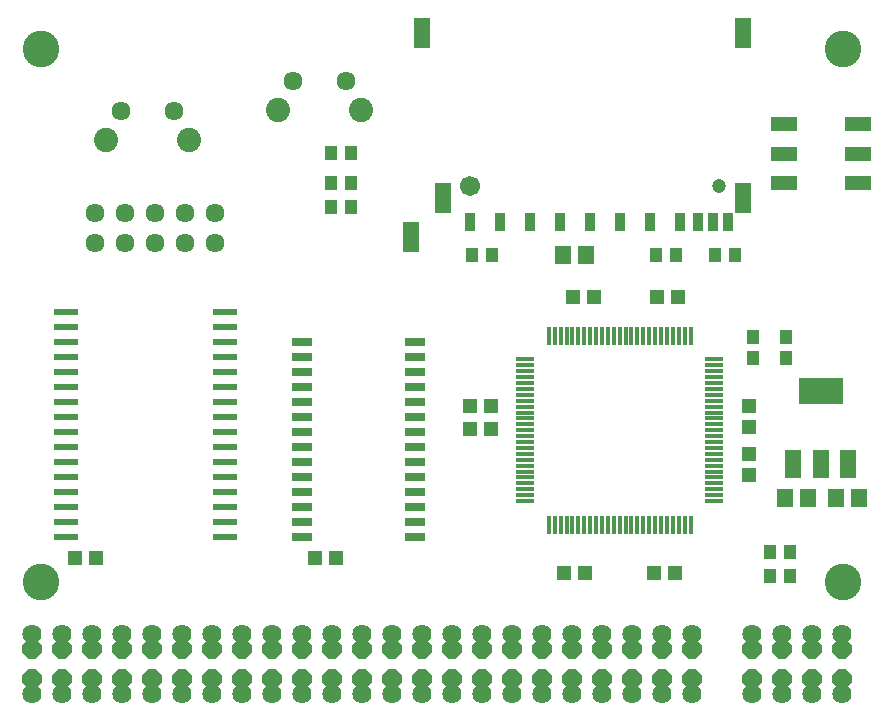
<source format=gts>
G04 EAGLE Gerber RS-274X export*
G75*
%MOMM*%
%FSLAX34Y34*%
%LPD*%
%INSoldermask Top*%
%IPPOS*%
%AMOC8*
5,1,8,0,0,1.08239X$1,22.5*%
G01*
%ADD10C,3.101600*%
%ADD11R,1.401600X1.601600*%
%ADD12R,1.801600X0.751600*%
%ADD13R,1.101600X1.201600*%
%ADD14R,2.133600X0.609600*%
%ADD15C,1.625600*%
%ADD16R,2.301600X1.301600*%
%ADD17R,1.151600X1.181600*%
%ADD18P,1.759533X8X202.500000*%
%ADD19C,1.609600*%
%ADD20C,2.051600*%
%ADD21R,1.601600X0.451600*%
%ADD22R,0.451600X1.601600*%
%ADD23R,1.181600X1.151600*%
%ADD24R,0.812800X1.524000*%
%ADD25R,1.371600X2.641600*%
%ADD26C,1.701600*%
%ADD27C,1.201600*%
%ADD28R,1.001600X1.201600*%
%ADD29R,1.320800X2.336800*%
%ADD30R,3.701600X2.301600*%


D10*
X30480Y570230D03*
X709930Y570230D03*
X30480Y119380D03*
X709930Y119380D03*
D11*
X723240Y190500D03*
X704240Y190500D03*
X680060Y190500D03*
X661060Y190500D03*
D12*
X347520Y157480D03*
X347520Y170180D03*
X347520Y182880D03*
X347520Y195580D03*
X347520Y208280D03*
X347520Y220980D03*
X347520Y233680D03*
X347520Y246380D03*
X347520Y259080D03*
X347520Y271780D03*
X251920Y259080D03*
X251920Y271780D03*
X251920Y284480D03*
X251920Y297180D03*
X251920Y309880D03*
X251920Y322580D03*
X347520Y322580D03*
X347520Y309880D03*
X347520Y297180D03*
X347520Y284480D03*
X251920Y246380D03*
X251920Y233680D03*
X251920Y220980D03*
X251920Y208280D03*
X251920Y195580D03*
X251920Y182880D03*
X251920Y170180D03*
X251920Y157480D03*
D13*
X551570Y396240D03*
X568570Y396240D03*
X601100Y396240D03*
X618100Y396240D03*
X395360Y396240D03*
X412360Y396240D03*
D14*
X186690Y157480D03*
X186690Y170180D03*
X186690Y182880D03*
X186690Y195580D03*
X186690Y208280D03*
X186690Y220980D03*
X186690Y233680D03*
X186690Y246380D03*
X186690Y259080D03*
X186690Y271780D03*
X186690Y284480D03*
X186690Y297180D03*
X186690Y309880D03*
X186690Y322580D03*
X186690Y335280D03*
X186690Y347980D03*
X52070Y347980D03*
X52070Y335280D03*
X52070Y322580D03*
X52070Y309880D03*
X52070Y297180D03*
X52070Y284480D03*
X52070Y271780D03*
X52070Y259080D03*
X52070Y246380D03*
X52070Y233680D03*
X52070Y220980D03*
X52070Y208280D03*
X52070Y195580D03*
X52070Y182880D03*
X52070Y170180D03*
X52070Y157480D03*
D15*
X708660Y24130D03*
X708660Y74930D03*
X683260Y24130D03*
X683260Y74930D03*
X657860Y24130D03*
X657860Y74930D03*
X632460Y24130D03*
X632460Y74930D03*
X581660Y24130D03*
X556260Y24130D03*
X530860Y24130D03*
X505460Y24130D03*
X480060Y24130D03*
X454660Y24130D03*
X429260Y24130D03*
X403860Y24130D03*
X378460Y24130D03*
X353060Y24130D03*
X327660Y24130D03*
X302260Y24130D03*
X276860Y24130D03*
X251460Y24130D03*
X226060Y24130D03*
X200660Y24130D03*
X175260Y24130D03*
X149860Y24130D03*
X124460Y24130D03*
X99060Y24130D03*
X73660Y24130D03*
X48260Y24130D03*
X22860Y24130D03*
X581660Y74930D03*
X556260Y74930D03*
X530860Y74930D03*
X505460Y74930D03*
X480060Y74930D03*
X454660Y74930D03*
X429260Y74930D03*
X403860Y74930D03*
X378460Y74930D03*
X353060Y74930D03*
X327660Y74930D03*
X302260Y74930D03*
X276860Y74930D03*
X251460Y74930D03*
X226060Y74930D03*
X200660Y74930D03*
X175260Y74930D03*
X149860Y74930D03*
X124460Y74930D03*
X99060Y74930D03*
X73660Y74930D03*
X48260Y74930D03*
X22860Y74930D03*
D13*
X665090Y124460D03*
X648090Y124460D03*
X648090Y144780D03*
X665090Y144780D03*
D16*
X722880Y456600D03*
X722880Y481600D03*
X722880Y506600D03*
X659880Y506600D03*
X659880Y481600D03*
X659880Y456600D03*
D13*
X275980Y436880D03*
X292980Y436880D03*
X292980Y457200D03*
X275980Y457200D03*
D17*
X59830Y139700D03*
X77330Y139700D03*
X280530Y139700D03*
X263030Y139700D03*
D18*
X708660Y36830D03*
X708660Y62230D03*
X683260Y36830D03*
X683260Y62230D03*
X657860Y36830D03*
X657860Y62230D03*
X632460Y36830D03*
X632460Y62230D03*
X581660Y36830D03*
X581660Y62230D03*
X556260Y36830D03*
X556260Y62230D03*
X530860Y36830D03*
X530860Y62230D03*
X505460Y36830D03*
X505460Y62230D03*
X480060Y36830D03*
X480060Y62230D03*
X454660Y36830D03*
X454660Y62230D03*
X429260Y36830D03*
X429260Y62230D03*
X403860Y36830D03*
X403860Y62230D03*
X378460Y36830D03*
X378460Y62230D03*
X353060Y36830D03*
X353060Y62230D03*
X327660Y36830D03*
X327660Y62230D03*
X302260Y36830D03*
X302260Y62230D03*
X276860Y36830D03*
X276860Y62230D03*
X251460Y36830D03*
X251460Y62230D03*
X226060Y36830D03*
X226060Y62230D03*
X200660Y36830D03*
X200660Y62230D03*
X175260Y36830D03*
X175260Y62230D03*
X149860Y36830D03*
X149860Y62230D03*
X124460Y36830D03*
X124460Y62230D03*
X99060Y36830D03*
X99060Y62230D03*
X73660Y36830D03*
X73660Y62230D03*
X48260Y36830D03*
X48260Y62230D03*
X22860Y36830D03*
X22860Y62230D03*
D13*
X275980Y482600D03*
X292980Y482600D03*
D19*
X289200Y543360D03*
X244200Y543360D03*
D20*
X301700Y518360D03*
X231700Y518360D03*
D19*
X143150Y517960D03*
X98150Y517960D03*
D20*
X155650Y492960D03*
X85650Y492960D03*
D11*
X492100Y396240D03*
X473100Y396240D03*
D21*
X440700Y307650D03*
X440700Y302650D03*
X440700Y297650D03*
X440700Y292650D03*
X440700Y287650D03*
X440700Y282650D03*
X440700Y277650D03*
X440700Y272650D03*
X440700Y267650D03*
X440700Y262650D03*
X440700Y257650D03*
X440700Y252650D03*
X440700Y247650D03*
X440700Y242650D03*
X440700Y237650D03*
X440700Y232650D03*
X440700Y227650D03*
X440700Y222650D03*
X440700Y217650D03*
X440700Y212650D03*
X440700Y207650D03*
X440700Y202650D03*
X440700Y197650D03*
X440700Y192650D03*
X440700Y187650D03*
D22*
X460700Y167650D03*
X465700Y167650D03*
X470700Y167650D03*
X475700Y167650D03*
X480700Y167650D03*
X485700Y167650D03*
X490700Y167650D03*
X495700Y167650D03*
X500700Y167650D03*
X505700Y167650D03*
X510700Y167650D03*
X515700Y167650D03*
X520700Y167650D03*
X525700Y167650D03*
X530700Y167650D03*
X535700Y167650D03*
X540700Y167650D03*
X545700Y167650D03*
X550700Y167650D03*
X555700Y167650D03*
X560700Y167650D03*
X565700Y167650D03*
X570700Y167650D03*
X575700Y167650D03*
X580700Y167650D03*
D21*
X600700Y187650D03*
X600700Y192650D03*
X600700Y197650D03*
X600700Y202650D03*
X600700Y207650D03*
X600700Y212650D03*
X600700Y217650D03*
X600700Y222650D03*
X600700Y227650D03*
X600700Y232650D03*
X600700Y237650D03*
X600700Y242650D03*
X600700Y247650D03*
X600700Y252650D03*
X600700Y257650D03*
X600700Y262650D03*
X600700Y267650D03*
X600700Y272650D03*
X600700Y277650D03*
X600700Y282650D03*
X600700Y287650D03*
X600700Y292650D03*
X600700Y297650D03*
X600700Y302650D03*
X600700Y307650D03*
D22*
X580700Y327650D03*
X575700Y327650D03*
X570700Y327650D03*
X565700Y327650D03*
X560700Y327650D03*
X555700Y327650D03*
X550700Y327650D03*
X545700Y327650D03*
X540700Y327650D03*
X535700Y327650D03*
X530700Y327650D03*
X525700Y327650D03*
X520700Y327650D03*
X515700Y327650D03*
X510700Y327650D03*
X505700Y327650D03*
X500700Y327650D03*
X495700Y327650D03*
X490700Y327650D03*
X485700Y327650D03*
X480700Y327650D03*
X475700Y327650D03*
X470700Y327650D03*
X465700Y327650D03*
X460700Y327650D03*
D19*
X177800Y431800D03*
X177800Y406400D03*
X152400Y431800D03*
X152400Y406400D03*
X127000Y431800D03*
X127000Y406400D03*
X101600Y431800D03*
X101600Y406400D03*
X76200Y431800D03*
X76200Y406400D03*
D17*
X411340Y267970D03*
X393840Y267970D03*
X411340Y248920D03*
X393840Y248920D03*
X473850Y127000D03*
X491350Y127000D03*
X550050Y127000D03*
X567550Y127000D03*
X552590Y360680D03*
X570090Y360680D03*
X498970Y360680D03*
X481470Y360680D03*
D23*
X629920Y209690D03*
X629920Y227190D03*
X629920Y250330D03*
X629920Y267830D03*
D24*
X419100Y424180D03*
X444500Y424180D03*
X469900Y424180D03*
X495300Y424180D03*
X520700Y424180D03*
X546100Y424180D03*
X571500Y424180D03*
X586740Y424180D03*
X393700Y424180D03*
X612140Y424180D03*
X599440Y424180D03*
D25*
X370840Y444500D03*
X353060Y584200D03*
X624840Y584200D03*
X624840Y444500D03*
D26*
X393700Y454660D03*
D27*
X604520Y454660D03*
D28*
X661700Y308500D03*
X633700Y326500D03*
X633700Y308500D03*
X661700Y326500D03*
D29*
X667766Y219202D03*
X690880Y219202D03*
X713994Y219202D03*
D30*
X690880Y281180D03*
D25*
X344170Y411480D03*
M02*

</source>
